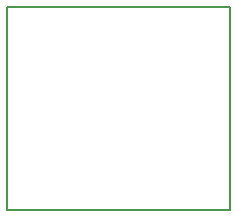
<source format=gm1>
G04 MADE WITH FRITZING*
G04 WWW.FRITZING.ORG*
G04 DOUBLE SIDED*
G04 HOLES PLATED*
G04 CONTOUR ON CENTER OF CONTOUR VECTOR*
%ASAXBY*%
%FSLAX23Y23*%
%MOIN*%
%OFA0B0*%
%SFA1.0B1.0*%
%ADD10R,0.752937X0.685177*%
%ADD11C,0.008000*%
%ADD10C,0.008*%
%LNCONTOUR*%
G90*
G70*
G54D10*
G54D11*
X4Y681D02*
X749Y681D01*
X749Y4D01*
X4Y4D01*
X4Y681D01*
D02*
G04 End of contour*
M02*
</source>
